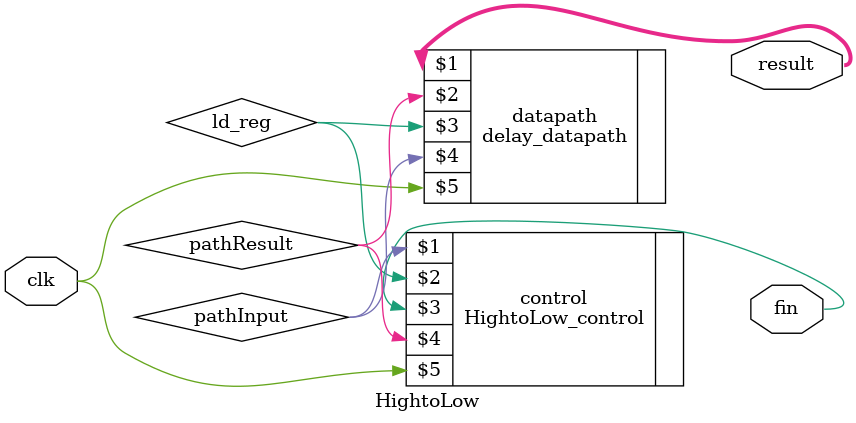
<source format=v>
module HightoLow(result, fin, clk);
input clk;

output [31:0] result;
output fin;

wire pathInput, pathResult, ld_reg;

HightoLow_control control(pathInput, ld_reg, fin, pathResult, clk);
delay_datapath datapath(result, pathResult, ld_reg, pathInput, clk);


endmodule

</source>
